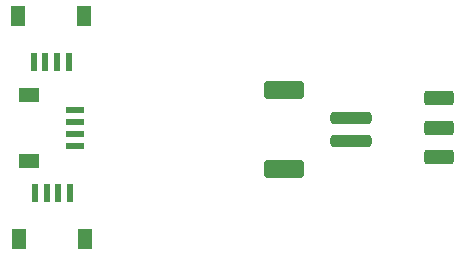
<source format=gbr>
%TF.GenerationSoftware,KiCad,Pcbnew,9.0.0*%
%TF.CreationDate,2025-04-03T20:24:29-07:00*%
%TF.ProjectId,nicenano-breakout,6e696365-6e61-46e6-9f2d-627265616b6f,rev?*%
%TF.SameCoordinates,Original*%
%TF.FileFunction,Paste,Bot*%
%TF.FilePolarity,Positive*%
%FSLAX46Y46*%
G04 Gerber Fmt 4.6, Leading zero omitted, Abs format (unit mm)*
G04 Created by KiCad (PCBNEW 9.0.0) date 2025-04-03 20:24:29*
%MOMM*%
%LPD*%
G01*
G04 APERTURE LIST*
G04 Aperture macros list*
%AMRoundRect*
0 Rectangle with rounded corners*
0 $1 Rounding radius*
0 $2 $3 $4 $5 $6 $7 $8 $9 X,Y pos of 4 corners*
0 Add a 4 corners polygon primitive as box body*
4,1,4,$2,$3,$4,$5,$6,$7,$8,$9,$2,$3,0*
0 Add four circle primitives for the rounded corners*
1,1,$1+$1,$2,$3*
1,1,$1+$1,$4,$5*
1,1,$1+$1,$6,$7*
1,1,$1+$1,$8,$9*
0 Add four rect primitives between the rounded corners*
20,1,$1+$1,$2,$3,$4,$5,0*
20,1,$1+$1,$4,$5,$6,$7,0*
20,1,$1+$1,$6,$7,$8,$9,0*
20,1,$1+$1,$8,$9,$2,$3,0*%
G04 Aperture macros list end*
%ADD10R,0.600000X1.550000*%
%ADD11R,1.200000X1.800000*%
%ADD12RoundRect,0.250000X-1.000000X0.375000X-1.000000X-0.375000X1.000000X-0.375000X1.000000X0.375000X0*%
%ADD13R,1.550000X0.600000*%
%ADD14R,1.800000X1.200000*%
%ADD15RoundRect,0.250000X1.500000X-0.250000X1.500000X0.250000X-1.500000X0.250000X-1.500000X-0.250000X0*%
%ADD16RoundRect,0.250001X1.449999X-0.499999X1.449999X0.499999X-1.449999X0.499999X-1.449999X-0.499999X0*%
G04 APERTURE END LIST*
D10*
%TO.C,J2*%
X165900000Y-81106000D03*
X166900000Y-81106000D03*
X167900000Y-81106000D03*
X168900000Y-81106000D03*
D11*
X164600000Y-77206000D03*
X170200000Y-77206000D03*
%TD*%
D12*
%TO.C,SW1*%
X200250000Y-84150000D03*
X200250000Y-86650000D03*
X200250000Y-89150000D03*
%TD*%
D13*
%TO.C,J3*%
X169451692Y-88175410D03*
X169451692Y-87175410D03*
X169451692Y-86175410D03*
X169451692Y-85175410D03*
D14*
X165551692Y-89475410D03*
X165551692Y-83875410D03*
%TD*%
D10*
%TO.C,J4*%
X169000000Y-92194000D03*
X168000000Y-92194000D03*
X167000000Y-92194000D03*
X166000000Y-92194000D03*
D11*
X170300000Y-96094000D03*
X164700000Y-96094000D03*
%TD*%
D15*
%TO.C,J1*%
X192817550Y-87807860D03*
X192817550Y-85807860D03*
D16*
X187067550Y-90157860D03*
X187067550Y-83457860D03*
%TD*%
M02*

</source>
